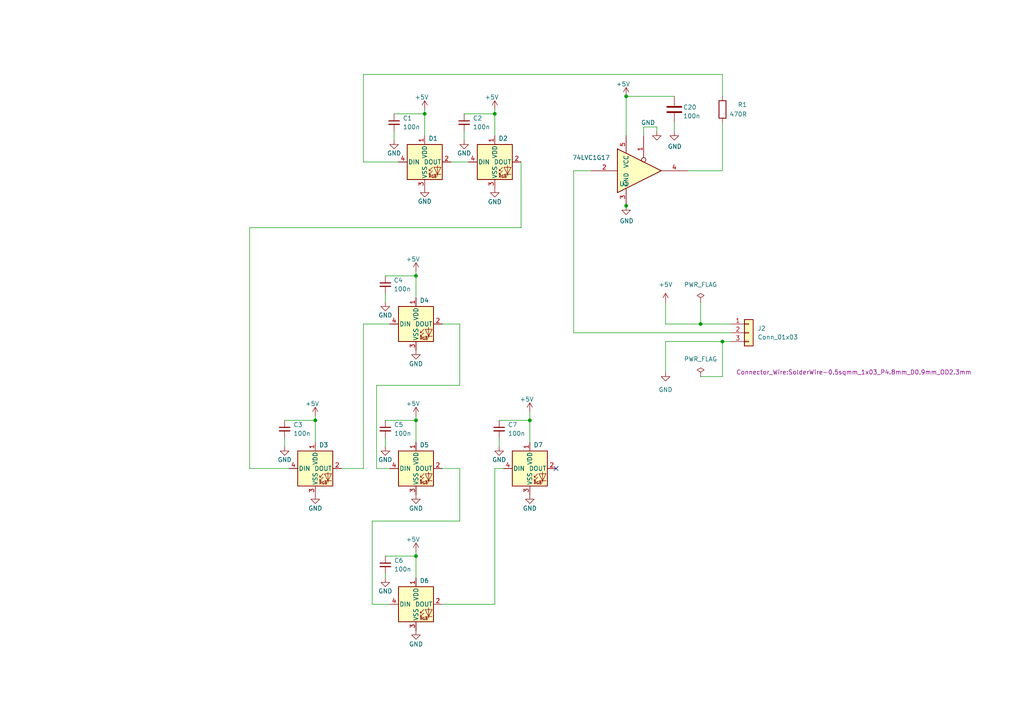
<source format=kicad_sch>
(kicad_sch (version 20230121) (generator eeschema)
  (paper "A4")
  (lib_symbols
    (symbol "74xGxx:74LVC1G125"
      (property "Reference" "U" (at -10.16 7.62 0))
      (property "Value" "74LVC1G125" (at 2.54 -7.62 0))
      (symbol "74LVC1G125_0_1"
        (polyline (pts (xy -7.62 6.35) (xy -7.62 -6.35) (xy 5.08 0) (xy -7.62 6.35)) (stroke (width 0.254)) (fill (type background)))
      )
      (symbol "74LVC1G125_1_1"
        (pin input inverted (at 0 10.16 270) (length 7.62) (name "~") (number "1"))
        (pin input line (at -15.24 0 0) (length 7.62) (name "~") (number "2"))
        (pin power_in line (at -5.08 -10.16 90) (length 5.08) (name "GND") (number "3"))
        (pin tri_state line (at 12.7 0 180) (length 7.62) (name "~") (number "4"))
        (pin power_in line (at -5.08 10.16 270) (length 5.08) (name "VCC") (number "5"))
      )
    )
    (symbol "Connector_Generic:Conn_01x03" (pin_names (offset 1.016) hide)
      (property "Reference" "J" (at 0 5.08 0))
      (property "Value" "Conn_01x03" (at 0 -5.08 0))
      (symbol "Conn_01x03_1_1"
        (rectangle (start -1.27 -2.413) (end 0 -2.667) (stroke (width 0.1524)))
        (rectangle (start -1.27 0.127) (end 0 -0.127) (stroke (width 0.1524)))
        (rectangle (start -1.27 2.667) (end 0 2.413) (stroke (width 0.1524)))
        (rectangle (start -1.27 3.81) (end 1.27 -3.81) (stroke (width 0.254)) (fill (type background)))
        (pin passive line (at -5.08 2.54 0) (length 3.81) (name "Pin_1") (number "1"))
        (pin passive line (at -5.08 0 0) (length 3.81) (name "Pin_2") (number "2"))
        (pin passive line (at -5.08 -2.54 0) (length 3.81) (name "Pin_3") (number "3"))
      )
    )
    (symbol "Device:C" (pin_numbers hide) (pin_names (offset 0.254))
      (property "Reference" "C" (at 0.635 2.54 0))
      (property "Value" "C" (at 0.635 -2.54 0))
      (symbol "C_0_1"
        (polyline (pts (xy -2.032 -0.762) (xy 2.032 -0.762)) (stroke (width 0.508)))
        (polyline (pts (xy -2.032 0.762) (xy 2.032 0.762)) (stroke (width 0.508)))
      )
      (symbol "C_1_1"
        (pin passive line (at 0 3.81 270) (length 2.794) (name "~") (number "1"))
        (pin passive line (at 0 -3.81 90) (length 2.794) (name "~") (number "2"))
      )
    )
    (symbol "Device:C_Small" (pin_numbers hide) (pin_names (offset 0.254) hide)
      (property "Reference" "C" (at 0.254 1.778 0))
      (property "Value" "C_Small" (at 0.254 -2.032 0))
      (symbol "C_Small_0_1"
        (polyline (pts (xy -1.524 -0.508) (xy 1.524 -0.508)) (stroke (width 0.3302)))
        (polyline (pts (xy -1.524 0.508) (xy 1.524 0.508)) (stroke (width 0.3048)))
      )
      (symbol "C_Small_1_1"
        (pin passive line (at 0 2.54 270) (length 2.032) (name "~") (number "1"))
        (pin passive line (at 0 -2.54 90) (length 2.032) (name "~") (number "2"))
      )
    )
    (symbol "Device:R" (pin_numbers hide) (pin_names (offset 0))
      (property "Reference" "R" (at 2.032 0 90))
      (property "Value" "R" (at 0 0 90))
      (symbol "R_0_1"
        (rectangle (start -1.016 -2.54) (end 1.016 2.54) (stroke (width 0.254)))
      )
      (symbol "R_1_1"
        (pin passive line (at 0 3.81 270) (length 1.27) (name "~") (number "1"))
        (pin passive line (at 0 -3.81 90) (length 1.27) (name "~") (number "2"))
      )
    )
    (symbol "GND_2" (power) (pin_names (offset 0))
      (property "Value" "GND_2" (at 0 -3.81 0))
      (symbol "GND_2_0_1"
        (polyline (pts (xy 0 0) (xy 0 -1.27) (xy 1.27 -1.27) (xy 0 -2.54) (xy -1.27 -1.27) (xy 0 -1.27)))
      )
      (symbol "GND_2_1_1"
        (pin power_in line (at 0 0 270) (length 0) hide (name "GND") (number "1"))
      )
    )
    (symbol "LED:WS2812B" (pin_names (offset 0.254))
      (property "Reference" "D" (at 5.08 5.715 0))
      (property "Value" "WS2812B" (at 1.27 -5.715 0))
      (symbol "WS2812B_0_0"
        (text "RGB" (at 2.286 -4.191 0) (effects (font (size 0.762 0.762))))
      )
      (symbol "WS2812B_0_1"
        (polyline (pts (xy 1.27 -3.556) (xy 1.778 -3.556)))
        (polyline (pts (xy 1.27 -2.54) (xy 1.778 -2.54)))
        (polyline (pts (xy 4.699 -3.556) (xy 2.667 -3.556)))
        (polyline (pts (xy 2.286 -2.54) (xy 1.27 -3.556) (xy 1.27 -3.048)))
        (polyline (pts (xy 2.286 -1.524) (xy 1.27 -2.54) (xy 1.27 -2.032)))
        (polyline (pts (xy 3.683 -1.016) (xy 3.683 -3.556) (xy 3.683 -4.064)))
        (polyline (pts (xy 4.699 -1.524) (xy 2.667 -1.524) (xy 3.683 -3.556) (xy 4.699 -1.524)))
        (rectangle (start 5.08 5.08) (end -5.08 -5.08) (stroke (width 0.254)) (fill (type background)))
      )
      (symbol "WS2812B_1_1"
        (pin power_in line (at 0 7.62 270) (length 2.54) (name "VDD") (number "1"))
        (pin output line (at 7.62 0 180) (length 2.54) (name "DOUT") (number "2"))
        (pin power_in line (at 0 -7.62 90) (length 2.54) (name "VSS") (number "3"))
        (pin input line (at -7.62 0 0) (length 2.54) (name "DIN") (number "4"))
      )
    )
    (symbol "power:+5V" (power) (pin_names (offset 0))
      (property "Value" "+5V" (at 0 3.556 0))
      (symbol "+5V_0_1"
        (polyline (pts (xy -0.762 1.27) (xy 0 2.54)))
        (polyline (pts (xy 0 0) (xy 0 2.54)))
        (polyline (pts (xy 0 2.54) (xy 0.762 1.27)))
      )
      (symbol "+5V_1_1"
        (pin power_in line (at 0 0 90) (length 0) hide (name "+5V") (number "1"))
      )
    )
    (symbol "power:GND" (power) (pin_names (offset 0))
      (property "Value" "GND" (at 0 -3.81 0))
      (symbol "GND_0_1"
        (polyline (pts (xy 0 0) (xy 0 -1.27) (xy 1.27 -1.27) (xy 0 -2.54) (xy -1.27 -1.27) (xy 0 -1.27)))
      )
      (symbol "GND_1_1"
        (pin power_in line (at 0 0 270) (length 0) hide (name "GND") (number "1"))
      )
    )
    (symbol "power:PWR_FLAG" (power) (pin_numbers hide) (pin_names (offset 0) hide)
      (property "Value" "PWR_FLAG" (at 0 3.81 0))
      (symbol "PWR_FLAG_0_0"
        (pin power_out line (at 0 0 90) (length 0) (name "pwr") (number "1"))
      )
      (symbol "PWR_FLAG_0_1"
        (polyline (pts (xy 0 0) (xy 0 1.27) (xy -1.016 1.905) (xy 0 2.54) (xy 1.016 1.905) (xy 0 1.27)))
      )
    )
  )
  (junction (at 203.2 93.98))
  (junction (at 120.65 80.01))
  (junction (at 181.61 59.69))
  (junction (at 120.65 121.92))
  (junction (at 143.51 33.02))
  (junction (at 120.65 161.29))
  (junction (at 123.19 33.02))
  (junction (at 91.44 121.92))
  (junction (at 153.67 121.92))
  (junction (at 181.61 27.94))
  (junction (at 209.55 99.06))
  (no_connect (at 161.29 135.89))
  (wire (pts (xy 166.37 96.52) (xy 166.37 49.53)))
  (wire (pts (xy 190.5 36.83) (xy 186.69 36.83)))
  (wire (pts (xy 166.37 96.52) (xy 212.09 96.52)))
  (wire (pts (xy 120.65 161.29) (xy 120.65 167.64)))
  (wire (pts (xy 133.35 135.89) (xy 133.35 151.13)))
  (wire (pts (xy 195.58 38.1) (xy 195.58 35.56)))
  (wire (pts (xy 199.39 49.53) (xy 209.55 49.53)))
  (wire (pts (xy 120.65 80.01) (xy 120.65 86.36)))
  (wire (pts (xy 111.76 127) (xy 111.76 129.54)))
  (wire (pts (xy 105.41 46.99) (xy 115.57 46.99)))
  (wire (pts (xy 143.51 135.89) (xy 146.05 135.89)))
  (wire (pts (xy 128.27 175.26) (xy 143.51 175.26)))
  (wire (pts (xy 143.51 31.75) (xy 143.51 33.02)))
  (wire (pts (xy 181.61 60.96) (xy 181.61 59.69)))
  (wire (pts (xy 99.06 135.89) (xy 105.41 135.89)))
  (wire (pts (xy 120.65 160.02) (xy 120.65 161.29)))
  (wire (pts (xy 144.78 121.92) (xy 153.67 121.92)))
  (wire (pts (xy 91.44 120.65) (xy 91.44 121.92)))
  (wire (pts (xy 130.81 46.99) (xy 135.89 46.99)))
  (wire (pts (xy 120.65 121.92) (xy 120.65 128.27)))
  (wire (pts (xy 107.95 151.13) (xy 107.95 175.26)))
  (wire (pts (xy 91.44 121.92) (xy 91.44 128.27)))
  (wire (pts (xy 114.3 38.1) (xy 114.3 40.64)))
  (wire (pts (xy 105.41 93.98) (xy 113.03 93.98)))
  (wire (pts (xy 153.67 121.92) (xy 153.67 128.27)))
  (wire (pts (xy 111.76 166.37) (xy 111.76 167.64)))
  (wire (pts (xy 133.35 151.13) (xy 107.95 151.13)))
  (wire (pts (xy 153.67 119.38) (xy 153.67 121.92)))
  (wire (pts (xy 133.35 93.98) (xy 133.35 111.76)))
  (wire (pts (xy 193.04 99.06) (xy 193.04 107.95)))
  (wire (pts (xy 72.39 135.89) (xy 83.82 135.89)))
  (wire (pts (xy 123.19 31.75) (xy 123.19 33.02)))
  (wire (pts (xy 111.76 161.29) (xy 120.65 161.29)))
  (wire (pts (xy 120.65 78.74) (xy 120.65 80.01)))
  (wire (pts (xy 181.61 27.94) (xy 181.61 39.37)))
  (wire (pts (xy 209.55 109.22) (xy 209.55 99.06)))
  (wire (pts (xy 120.65 120.65) (xy 120.65 121.92)))
  (wire (pts (xy 107.95 175.26) (xy 113.03 175.26)))
  (wire (pts (xy 186.69 36.83) (xy 186.69 39.37)))
  (wire (pts (xy 143.51 33.02) (xy 143.51 39.37)))
  (wire (pts (xy 109.22 111.76) (xy 109.22 135.89)))
  (wire (pts (xy 203.2 87.63) (xy 203.2 93.98)))
  (wire (pts (xy 82.55 121.92) (xy 91.44 121.92)))
  (wire (pts (xy 134.62 38.1) (xy 134.62 40.64)))
  (wire (pts (xy 190.5 36.83) (xy 190.5 38.1)))
  (wire (pts (xy 111.76 85.09) (xy 111.76 87.63)))
  (wire (pts (xy 193.04 93.98) (xy 193.04 87.63)))
  (wire (pts (xy 114.3 33.02) (xy 123.19 33.02)))
  (wire (pts (xy 151.13 66.04) (xy 72.39 66.04)))
  (wire (pts (xy 111.76 80.01) (xy 120.65 80.01)))
  (wire (pts (xy 203.2 93.98) (xy 193.04 93.98)))
  (wire (pts (xy 72.39 66.04) (xy 72.39 135.89)))
  (wire (pts (xy 105.41 135.89) (xy 105.41 93.98)))
  (wire (pts (xy 209.55 49.53) (xy 209.55 35.56)))
  (wire (pts (xy 133.35 111.76) (xy 109.22 111.76)))
  (wire (pts (xy 128.27 135.89) (xy 133.35 135.89)))
  (wire (pts (xy 123.19 33.02) (xy 123.19 39.37)))
  (wire (pts (xy 134.62 33.02) (xy 143.51 33.02)))
  (wire (pts (xy 203.2 109.22) (xy 209.55 109.22)))
  (wire (pts (xy 82.55 127) (xy 82.55 129.54)))
  (wire (pts (xy 105.41 21.59) (xy 209.55 21.59)))
  (wire (pts (xy 111.76 121.92) (xy 120.65 121.92)))
  (wire (pts (xy 209.55 21.59) (xy 209.55 27.94)))
  (wire (pts (xy 143.51 175.26) (xy 143.51 135.89)))
  (wire (pts (xy 151.13 46.99) (xy 151.13 66.04)))
  (wire (pts (xy 144.78 127) (xy 144.78 129.54)))
  (wire (pts (xy 166.37 49.53) (xy 171.45 49.53)))
  (wire (pts (xy 212.09 93.98) (xy 203.2 93.98)))
  (wire (pts (xy 181.61 27.94) (xy 195.58 27.94)))
  (wire (pts (xy 212.09 99.06) (xy 209.55 99.06)))
  (wire (pts (xy 128.27 93.98) (xy 133.35 93.98)))
  (wire (pts (xy 105.41 21.59) (xy 105.41 46.99)))
  (wire (pts (xy 209.55 99.06) (xy 193.04 99.06)))
  (wire (pts (xy 109.22 135.89) (xy 113.03 135.89)))
  (symbol (lib_id "power:GND") (at 123.19 54.61 0) (unit 1)
    (property "Reference" "#PWR062" (effects hide))
    (property "Value" "GND" (at 123.19 58.42 0))
  )
  (symbol (lib_id "power:GND") (at 143.51 54.61 0) (unit 1)
    (property "Reference" "#PWR059" (effects hide))
    (property "Value" "GND" (at 143.51 58.547 0))
  )
  (symbol (lib_id "power:GND") (at 193.04 107.95 0) (unit 1)
    (property "Reference" "#PWR02" (effects hide))
    (property "Value" "GND" (at 193.04 113.03 0))
  )
  (symbol (lib_id "LED:WS2812B") (at 123.19 46.99 0) (unit 1)
    (property "Reference" "D1" (at 125.6284 40.1574 0))
    (property "Value" "WS2812B" (effects hide))
    (property "Footprint" "LED_SMD:LED_WS2812B_PLCC4_5.0x5.0mm_P3.2mm" (effects hide))
    (property "Datasheet" "https://cdn-shop.adafruit.com/datasheets/WS2812B.pdf" (effects hide))
  )
  (symbol (lib_name "GND_2") (lib_id "power:GND") (at 82.55 129.54 0) (unit 1)
    (property "Reference" "#PWR015" (effects hide))
    (property "Value" "GND" (at 82.55 133.35 0))
  )
  (symbol (lib_id "Device:C_Small") (at 82.55 124.46 0) (unit 1)
    (property "Reference" "C3" (at 85.09 123.1963 0) (effects (justify left)))
    (property "Value" "100n" (at 85.09 125.7363 0) (effects (justify left)))
    (property "Footprint" "Capacitor_SMD:C_0805_2012Metric_Pad1.18x1.45mm_HandSolder" (effects hide))
  )
  (symbol (lib_id "power:+5V") (at 120.65 160.02 0) (unit 1)
    (property "Reference" "#PWR07" (effects hide))
    (property "Value" "+5V" (at 119.761 156.464 0))
  )
  (symbol (lib_id "Device:C_Small") (at 111.76 124.46 0) (unit 1)
    (property "Reference" "C5" (at 114.3 123.1963 0) (effects (justify left)))
    (property "Value" "100n" (at 114.3 125.7363 0) (effects (justify left)))
    (property "Footprint" "Capacitor_SMD:C_0805_2012Metric_Pad1.18x1.45mm_HandSolder" (effects hide))
  )
  (symbol (lib_id "LED:WS2812B") (at 120.65 175.26 0) (unit 1)
    (property "Reference" "D6" (at 123.0884 168.4274 0))
    (property "Value" "WS2812B" (effects hide))
    (property "Footprint" "LED_SMD:LED_WS2812B_PLCC4_5.0x5.0mm_P3.2mm" (effects hide))
    (property "Datasheet" "https://cdn-shop.adafruit.com/datasheets/WS2812B.pdf" (effects hide))
  )
  (symbol (lib_id "power:GND") (at 120.65 101.6 0) (unit 1)
    (property "Reference" "#PWR014" (effects hide))
    (property "Value" "GND" (at 120.65 105.537 0))
  )
  (symbol (lib_id "power:GND") (at 195.58 38.1 0) (unit 1)
    (property "Reference" "#PWR065" (effects hide))
    (property "Value" "GND" (at 195.707 42.4942 0))
  )
  (symbol (lib_id "power:+5V") (at 120.65 78.74 0) (unit 1)
    (property "Reference" "#PWR013" (effects hide))
    (property "Value" "+5V" (at 119.761 75.184 0))
  )
  (symbol (lib_id "Device:C_Small") (at 111.76 163.83 0) (unit 1)
    (property "Reference" "C6" (at 114.3 162.5663 0) (effects (justify left)))
    (property "Value" "100n" (at 114.3 165.1063 0) (effects (justify left)))
    (property "Footprint" "Capacitor_SMD:C_0805_2012Metric_Pad1.18x1.45mm_HandSolder" (effects hide))
  )
  (symbol (lib_name "GND_2") (lib_id "power:GND") (at 144.78 129.54 0) (unit 1)
    (property "Reference" "#PWR025" (effects hide))
    (property "Value" "GND" (at 144.78 133.35 0))
  )
  (symbol (lib_id "power:+5V") (at 193.04 87.63 0) (unit 1)
    (property "Reference" "#PWR01" (effects hide))
    (property "Value" "+5V" (at 193.04 82.55 0))
  )
  (symbol (lib_id "power:+5V") (at 123.19 31.75 0) (unit 1)
    (property "Reference" "#PWR061" (effects hide))
    (property "Value" "+5V" (at 122.301 28.194 0))
  )
  (symbol (lib_id "Device:R") (at 209.55 31.75 0) (unit 1)
    (property "Reference" "R1" (at 216.662 30.3784 0) (effects (justify right)))
    (property "Value" "470R" (at 216.662 33.147 0) (effects (justify right)))
    (property "Footprint" "Resistor_SMD:R_0603_1608Metric" (effects hide))
  )
  (symbol (lib_id "LED:WS2812B") (at 153.67 135.89 0) (unit 1)
    (property "Reference" "D7" (at 156.1084 129.0574 0))
    (property "Value" "WS2812B" (effects hide))
    (property "Footprint" "LED_SMD:LED_WS2812B_PLCC4_5.0x5.0mm_P3.2mm" (effects hide))
    (property "Datasheet" "https://cdn-shop.adafruit.com/datasheets/WS2812B.pdf" (effects hide))
  )
  (symbol (lib_id "power:PWR_FLAG") (at 203.2 87.63 0) (unit 1)
    (property "Reference" "#FLG01" (effects hide))
    (property "Value" "PWR_FLAG" (at 203.2 82.55 0))
  )
  (symbol (lib_id "LED:WS2812B") (at 120.65 135.89 0) (unit 1)
    (property "Reference" "D5" (at 123.0884 129.0574 0))
    (property "Value" "WS2812B" (effects hide))
    (property "Footprint" "LED_SMD:LED_WS2812B_PLCC4_5.0x5.0mm_P3.2mm" (effects hide))
    (property "Datasheet" "https://cdn-shop.adafruit.com/datasheets/WS2812B.pdf" (effects hide))
  )
  (symbol (lib_id "power:+5V") (at 120.65 120.65 0) (unit 1)
    (property "Reference" "#PWR010" (effects hide))
    (property "Value" "+5V" (at 119.761 117.094 0))
  )
  (symbol (lib_id "74xGxx:74LVC1G125") (at 186.69 49.53 0) (unit 1)
    (property "Reference" "U1" (at 180.975 53.34 0))
    (property "Value" "74LVC1G17" (at 171.45 45.72 0))
    (property "Footprint" "Package_TO_SOT_SMD:SOT-23-5" (effects hide))
    (property "Datasheet" "https://www.ti.com/lit/ds/symlink/sn74lvc1g125.pdf" (effects hide))
  )
  (symbol (lib_id "power:GND") (at 153.67 143.51 0) (unit 1)
    (property "Reference" "#PWR027" (effects hide))
    (property "Value" "GND" (at 153.67 147.447 0))
  )
  (symbol (lib_name "GND_2") (lib_id "power:GND") (at 114.3 40.64 0) (unit 1)
    (property "Reference" "#PWR060" (effects hide))
    (property "Value" "GND" (at 114.3 44.45 0))
  )
  (symbol (lib_name "GND_2") (lib_id "power:GND") (at 111.76 87.63 0) (unit 1)
    (property "Reference" "#PWR012" (effects hide))
    (property "Value" "GND" (at 111.76 91.44 0))
  )
  (symbol (lib_id "power:+5V") (at 143.51 31.75 0) (unit 1)
    (property "Reference" "#PWR058" (effects hide))
    (property "Value" "+5V" (at 142.621 28.194 0))
  )
  (symbol (lib_id "power:+5V") (at 153.67 119.38 0) (unit 1)
    (property "Reference" "#PWR026" (effects hide))
    (property "Value" "+5V" (at 152.781 115.824 0))
  )
  (symbol (lib_id "power:+5V") (at 181.61 27.94 0) (unit 1)
    (property "Reference" "#PWR063" (effects hide))
    (property "Value" "+5V" (at 180.721 24.384 0))
  )
  (symbol (lib_id "power:GND") (at 190.5 38.1 0) (unit 1)
    (property "Reference" "#PWR066" (effects hide))
    (property "Value" "GND" (at 187.96 35.56 0))
  )
  (symbol (lib_id "power:GND") (at 91.44 143.51 0) (unit 1)
    (property "Reference" "#PWR017" (effects hide))
    (property "Value" "GND" (at 91.44 147.447 0))
  )
  (symbol (lib_id "Connector_Generic:Conn_01x03") (at 217.17 96.52 0) (unit 1)
    (property "Reference" "J2" (at 219.71 95.25 0) (effects (justify left)))
    (property "Value" "Conn_01x03" (at 219.71 97.79 0) (effects (justify left)))
    (property "Footprint" "Connector_Wire:SolderWire-0.5sqmm_1x03_P4.8mm_D0.9mm_OD2.3mm" (at 247.65 107.95 0))
  )
  (symbol (lib_name "GND_2") (lib_id "power:GND") (at 111.76 129.54 0) (unit 1)
    (property "Reference" "#PWR09" (effects hide))
    (property "Value" "GND" (at 111.76 133.35 0))
  )
  (symbol (lib_id "LED:WS2812B") (at 143.51 46.99 0) (unit 1)
    (property "Reference" "D2" (at 145.9484 40.1574 0))
    (property "Value" "WS2812B" (effects hide))
    (property "Footprint" "LED_SMD:LED_WS2812B_PLCC4_5.0x5.0mm_P3.2mm" (effects hide))
    (property "Datasheet" "https://cdn-shop.adafruit.com/datasheets/WS2812B.pdf" (effects hide))
  )
  (symbol (lib_id "power:GND") (at 120.65 143.51 0) (unit 1)
    (property "Reference" "#PWR011" (effects hide))
    (property "Value" "GND" (at 120.65 147.447 0))
  )
  (symbol (lib_id "Device:C_Small") (at 144.78 124.46 0) (unit 1)
    (property "Reference" "C7" (at 147.32 123.1963 0) (effects (justify left)))
    (property "Value" "100n" (at 147.32 125.7363 0) (effects (justify left)))
    (property "Footprint" "Capacitor_SMD:C_0805_2012Metric_Pad1.18x1.45mm_HandSolder" (effects hide))
  )
  (symbol (lib_id "power:GND") (at 181.61 59.69 0) (unit 1)
    (property "Reference" "#PWR064" (effects hide))
    (property "Value" "GND" (at 181.737 64.0842 0))
  )
  (symbol (lib_id "power:PWR_FLAG") (at 203.2 109.22 0) (unit 1)
    (property "Reference" "#FLG02" (effects hide))
    (property "Value" "PWR_FLAG" (at 203.2 104.14 0))
  )
  (symbol (lib_id "Device:C_Small") (at 134.62 35.56 0) (unit 1)
    (property "Reference" "C2" (at 137.16 34.2963 0) (effects (justify left)))
    (property "Value" "100n" (at 137.16 36.8363 0) (effects (justify left)))
    (property "Footprint" "Capacitor_SMD:C_0805_2012Metric_Pad1.18x1.45mm_HandSolder" (effects hide))
  )
  (symbol (lib_id "Device:C") (at 195.58 31.75 0) (unit 1)
    (property "Reference" "C20" (at 198.12 31.115 0) (effects (justify left)))
    (property "Value" "100n" (at 198.12 33.655 0) (effects (justify left)))
    (property "Footprint" "Capacitor_SMD:C_0603_1608Metric" (effects hide))
  )
  (symbol (lib_name "GND_2") (lib_id "power:GND") (at 134.62 40.64 0) (unit 1)
    (property "Reference" "#PWR057" (effects hide))
    (property "Value" "GND" (at 134.62 44.45 0))
  )
  (symbol (lib_id "power:+5V") (at 91.44 120.65 0) (unit 1)
    (property "Reference" "#PWR016" (effects hide))
    (property "Value" "+5V" (at 90.551 117.094 0))
  )
  (symbol (lib_id "power:GND") (at 120.65 182.88 0) (unit 1)
    (property "Reference" "#PWR08" (effects hide))
    (property "Value" "GND" (at 120.65 186.817 0))
  )
  (symbol (lib_id "Device:C_Small") (at 111.76 82.55 0) (unit 1)
    (property "Reference" "C4" (at 114.173 81.2862 0) (effects (justify left)))
    (property "Value" "100n" (at 114.173 83.8262 0) (effects (justify left)))
    (property "Footprint" "Capacitor_SMD:C_0805_2012Metric_Pad1.18x1.45mm_HandSolder" (effects hide))
  )
  (symbol (lib_id "Device:C_Small") (at 114.3 35.56 0) (unit 1)
    (property "Reference" "C1" (at 116.84 34.2963 0) (effects (justify left)))
    (property "Value" "100n" (at 116.84 36.8363 0) (effects (justify left)))
    (property "Footprint" "Capacitor_SMD:C_0805_2012Metric_Pad1.18x1.45mm_HandSolder" (effects hide))
  )
  (symbol (lib_name "GND_2") (lib_id "power:GND") (at 111.76 167.64 0) (unit 1)
    (property "Reference" "#PWR06" (effects hide))
    (property "Value" "GND" (at 111.76 171.45 0))
  )
  (symbol (lib_id "LED:WS2812B") (at 91.44 135.89 0) (unit 1)
    (property "Reference" "D3" (at 93.8784 129.0574 0))
    (property "Value" "WS2812B" (effects hide))
    (property "Footprint" "LED_SMD:LED_WS2812B_PLCC4_5.0x5.0mm_P3.2mm" (effects hide))
    (property "Datasheet" "https://cdn-shop.adafruit.com/datasheets/WS2812B.pdf" (effects hide))
  )
  (symbol (lib_id "LED:WS2812B") (at 120.65 93.98 0) (unit 1)
    (property "Reference" "D4" (at 123.0884 87.1474 0))
    (property "Value" "WS2812B" (effects hide))
    (property "Footprint" "LED_SMD:LED_WS2812B_PLCC4_5.0x5.0mm_P3.2mm" (effects hide))
    (property "Datasheet" "https://cdn-shop.adafruit.com/datasheets/WS2812B.pdf" (effects hide))
  )
)
</source>
